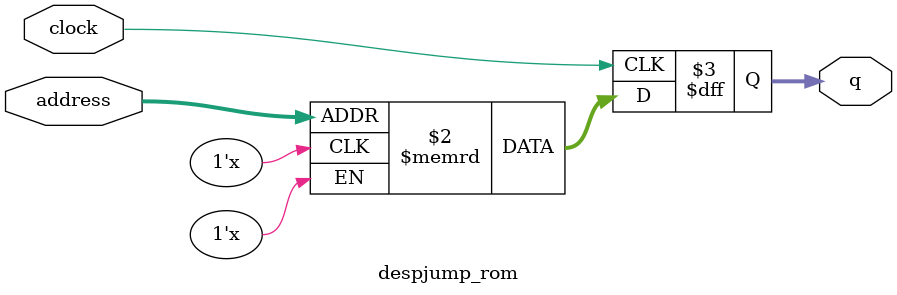
<source format=sv>
module despjump_rom (
	input logic clock,
	input logic [11:0] address,
	output logic [3:0] q
);

logic [3:0] memory [0:4095] /* synthesis ram_init_file = "./despjump/despjump.mif" */;

always_ff @ (posedge clock) begin
	q <= memory[address];
end

endmodule

</source>
